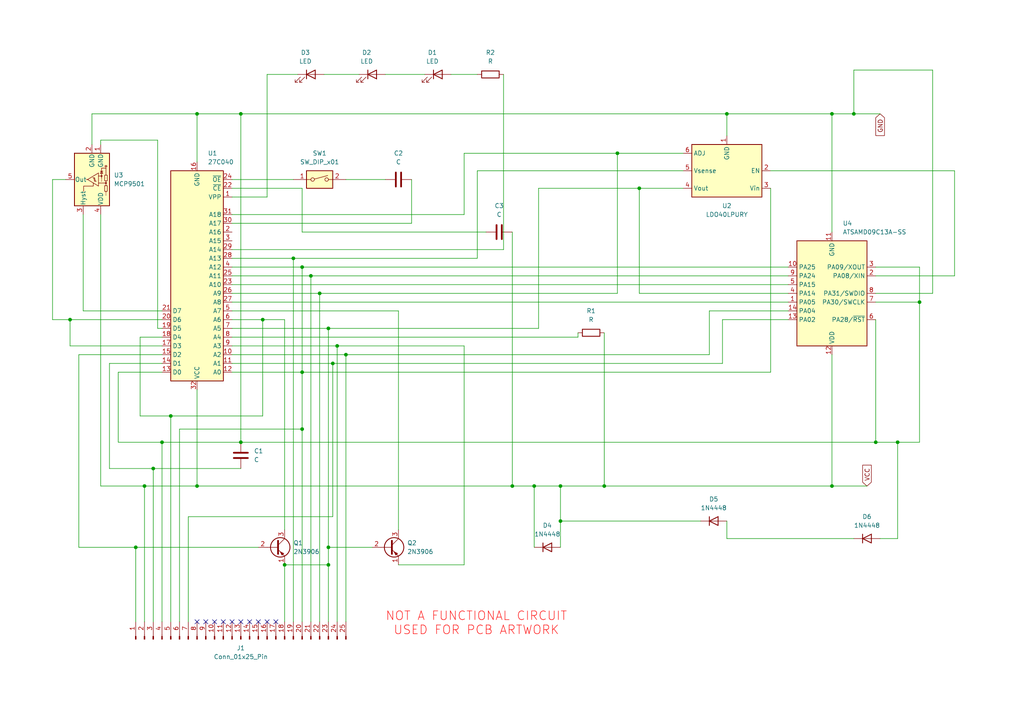
<source format=kicad_sch>
(kicad_sch (version 20250114) (generator "eeschema") (generator_version "9.0")
  (paper "A4")
  (title_block (title "Coffee Coaster PCB (art)") (rev "1.0") (company "Oddsocks b5s4"))
  (lib_symbols
    (symbol "Connector:Conn_01x25_Pin" (pin_names (offset 1.016) (hide yes))
      (property "Reference" "J" (at 0 33.02 0))
      (property "Value" "Conn_01x25_Pin" (at 0 -33.02 0))
      (symbol "Conn_01x25_Pin_1_1"
        (rectangle (start 0.8636 30.607) (end 0 30.353) (stroke (width 0.1524)) (fill (type outline)))
        (rectangle (start 0.8636 28.067) (end 0 27.813) (stroke (width 0.1524)) (fill (type outline)))
        (rectangle (start 0.8636 25.527) (end 0 25.273) (stroke (width 0.1524)) (fill (type outline)))
        (rectangle (start 0.8636 22.987) (end 0 22.733) (stroke (width 0.1524)) (fill (type outline)))
        (rectangle (start 0.8636 20.447) (end 0 20.193) (stroke (width 0.1524)) (fill (type outline)))
        (rectangle (start 0.8636 17.907) (end 0 17.653) (stroke (width 0.1524)) (fill (type outline)))
        (rectangle (start 0.8636 15.367) (end 0 15.113) (stroke (width 0.1524)) (fill (type outline)))
        (rectangle (start 0.8636 12.827) (end 0 12.573) (stroke (width 0.1524)) (fill (type outline)))
        (rectangle (start 0.8636 10.287) (end 0 10.033) (stroke (width 0.1524)) (fill (type outline)))
        (rectangle (start 0.8636 7.747) (end 0 7.493) (stroke (width 0.1524)) (fill (type outline)))
        (rectangle (start 0.8636 5.207) (end 0 4.953) (stroke (width 0.1524)) (fill (type outline)))
        (rectangle (start 0.8636 2.667) (end 0 2.413) (stroke (width 0.1524)) (fill (type outline)))
        (rectangle (start 0.8636 0.127) (end 0 -0.127) (stroke (width 0.1524)) (fill (type outline)))
        (rectangle (start 0.8636 -2.413) (end 0 -2.667) (stroke (width 0.1524)) (fill (type outline)))
        (rectangle (start 0.8636 -4.953) (end 0 -5.207) (stroke (width 0.1524)) (fill (type outline)))
        (rectangle (start 0.8636 -7.493) (end 0 -7.747) (stroke (width 0.1524)) (fill (type outline)))
        (rectangle (start 0.8636 -10.033) (end 0 -10.287) (stroke (width 0.1524)) (fill (type outline)))
        (rectangle (start 0.8636 -12.573) (end 0 -12.827) (stroke (width 0.1524)) (fill (type outline)))
        (rectangle (start 0.8636 -15.113) (end 0 -15.367) (stroke (width 0.1524)) (fill (type outline)))
        (rectangle (start 0.8636 -17.653) (end 0 -17.907) (stroke (width 0.1524)) (fill (type outline)))
        (rectangle (start 0.8636 -20.193) (end 0 -20.447) (stroke (width 0.1524)) (fill (type outline)))
        (rectangle (start 0.8636 -22.733) (end 0 -22.987) (stroke (width 0.1524)) (fill (type outline)))
        (rectangle (start 0.8636 -25.273) (end 0 -25.527) (stroke (width 0.1524)) (fill (type outline)))
        (rectangle (start 0.8636 -27.813) (end 0 -28.067) (stroke (width 0.1524)) (fill (type outline)))
        (rectangle (start 0.8636 -30.353) (end 0 -30.607) (stroke (width 0.1524)) (fill (type outline)))
        (polyline (pts (xy 1.27 30.48) (xy 0.8636 30.48)) (stroke (width 0.1524)))
        (polyline (pts (xy 1.27 27.94) (xy 0.8636 27.94)) (stroke (width 0.1524)))
        (polyline (pts (xy 1.27 25.4) (xy 0.8636 25.4)) (stroke (width 0.1524)))
        (polyline (pts (xy 1.27 22.86) (xy 0.8636 22.86)) (stroke (width 0.1524)))
        (polyline (pts (xy 1.27 20.32) (xy 0.8636 20.32)) (stroke (width 0.1524)))
        (polyline (pts (xy 1.27 17.78) (xy 0.8636 17.78)) (stroke (width 0.1524)))
        (polyline (pts (xy 1.27 15.24) (xy 0.8636 15.24)) (stroke (width 0.1524)))
        (polyline (pts (xy 1.27 12.7) (xy 0.8636 12.7)) (stroke (width 0.1524)))
        (polyline (pts (xy 1.27 10.16) (xy 0.8636 10.16)) (stroke (width 0.1524)))
        (polyline (pts (xy 1.27 7.62) (xy 0.8636 7.62)) (stroke (width 0.1524)))
        (polyline (pts (xy 1.27 5.08) (xy 0.8636 5.08)) (stroke (width 0.1524)))
        (polyline (pts (xy 1.27 2.54) (xy 0.8636 2.54)) (stroke (width 0.1524)))
        (polyline (pts (xy 1.27 0) (xy 0.8636 0)) (stroke (width 0.1524)))
        (polyline (pts (xy 1.27 -2.54) (xy 0.8636 -2.54)) (stroke (width 0.1524)))
        (polyline (pts (xy 1.27 -5.08) (xy 0.8636 -5.08)) (stroke (width 0.1524)))
        (polyline (pts (xy 1.27 -7.62) (xy 0.8636 -7.62)) (stroke (width 0.1524)))
        (polyline (pts (xy 1.27 -10.16) (xy 0.8636 -10.16)) (stroke (width 0.1524)))
        (polyline (pts (xy 1.27 -12.7) (xy 0.8636 -12.7)) (stroke (width 0.1524)))
        (polyline (pts (xy 1.27 -15.24) (xy 0.8636 -15.24)) (stroke (width 0.1524)))
        (polyline (pts (xy 1.27 -17.78) (xy 0.8636 -17.78)) (stroke (width 0.1524)))
        (polyline (pts (xy 1.27 -20.32) (xy 0.8636 -20.32)) (stroke (width 0.1524)))
        (polyline (pts (xy 1.27 -22.86) (xy 0.8636 -22.86)) (stroke (width 0.1524)))
        (polyline (pts (xy 1.27 -25.4) (xy 0.8636 -25.4)) (stroke (width 0.1524)))
        (polyline (pts (xy 1.27 -27.94) (xy 0.8636 -27.94)) (stroke (width 0.1524)))
        (polyline (pts (xy 1.27 -30.48) (xy 0.8636 -30.48)) (stroke (width 0.1524)))
        (pin passive line (at 5.08 30.48 180) (length 3.81) (name "Pin_1") (number "1"))
        (pin passive line (at 5.08 27.94 180) (length 3.81) (name "Pin_2") (number "2"))
        (pin passive line (at 5.08 25.4 180) (length 3.81) (name "Pin_3") (number "3"))
        (pin passive line (at 5.08 22.86 180) (length 3.81) (name "Pin_4") (number "4"))
        (pin passive line (at 5.08 20.32 180) (length 3.81) (name "Pin_5") (number "5"))
        (pin passive line (at 5.08 17.78 180) (length 3.81) (name "Pin_6") (number "6"))
        (pin passive line (at 5.08 15.24 180) (length 3.81) (name "Pin_7") (number "7"))
        (pin passive line (at 5.08 12.7 180) (length 3.81) (name "Pin_8") (number "8"))
        (pin passive line (at 5.08 10.16 180) (length 3.81) (name "Pin_9") (number "9"))
        (pin passive line (at 5.08 7.62 180) (length 3.81) (name "Pin_10") (number "10"))
        (pin passive line (at 5.08 5.08 180) (length 3.81) (name "Pin_11") (number "11"))
        (pin passive line (at 5.08 2.54 180) (length 3.81) (name "Pin_12") (number "12"))
        (pin passive line (at 5.08 0 180) (length 3.81) (name "Pin_13") (number "13"))
        (pin passive line (at 5.08 -2.54 180) (length 3.81) (name "Pin_14") (number "14"))
        (pin passive line (at 5.08 -5.08 180) (length 3.81) (name "Pin_15") (number "15"))
        (pin passive line (at 5.08 -7.62 180) (length 3.81) (name "Pin_16") (number "16"))
        (pin passive line (at 5.08 -10.16 180) (length 3.81) (name "Pin_17") (number "17"))
        (pin passive line (at 5.08 -12.7 180) (length 3.81) (name "Pin_18") (number "18"))
        (pin passive line (at 5.08 -15.24 180) (length 3.81) (name "Pin_19") (number "19"))
        (pin passive line (at 5.08 -17.78 180) (length 3.81) (name "Pin_20") (number "20"))
        (pin passive line (at 5.08 -20.32 180) (length 3.81) (name "Pin_21") (number "21"))
        (pin passive line (at 5.08 -22.86 180) (length 3.81) (name "Pin_22") (number "22"))
        (pin passive line (at 5.08 -25.4 180) (length 3.81) (name "Pin_23") (number "23"))
        (pin passive line (at 5.08 -27.94 180) (length 3.81) (name "Pin_24") (number "24"))
        (pin passive line (at 5.08 -30.48 180) (length 3.81) (name "Pin_25") (number "25"))
      )
    )
    (symbol "Device:C" (pin_numbers (hide yes)) (pin_names (offset 0.254))
      (property "Reference" "C" (at 0.635 2.54 0))
      (property "Value" "C" (at 0.635 -2.54 0))
      (symbol "C_0_1"
        (polyline (pts (xy -2.032 0.762) (xy 2.032 0.762)) (stroke (width 0.508)))
        (polyline (pts (xy -2.032 -0.762) (xy 2.032 -0.762)) (stroke (width 0.508)))
      )
      (symbol "C_1_1"
        (pin passive line (at 0 3.81 270) (length 2.794) (name "~") (number "1"))
        (pin passive line (at 0 -3.81 90) (length 2.794) (name "~") (number "2"))
      )
    )
    (symbol "Device:LED" (pin_numbers (hide yes)) (pin_names (offset 1.016) (hide yes))
      (property "Reference" "D" (at 0 2.54 0))
      (property "Value" "LED" (at 0 -2.54 0))
      (symbol "LED_0_1"
        (polyline (pts (xy -3.048 -0.762) (xy -4.572 -2.286) (xy -3.81 -2.286) (xy -4.572 -2.286) (xy -4.572 -1.524)))
        (polyline (pts (xy -1.778 -0.762) (xy -3.302 -2.286) (xy -2.54 -2.286) (xy -3.302 -2.286) (xy -3.302 -1.524)))
        (polyline (pts (xy -1.27 0) (xy 1.27 0)))
        (polyline (pts (xy -1.27 -1.27) (xy -1.27 1.27)) (stroke (width 0.254)))
        (polyline (pts (xy 1.27 -1.27) (xy 1.27 1.27) (xy -1.27 0) (xy 1.27 -1.27)) (stroke (width 0.254)))
      )
      (symbol "LED_1_1"
        (pin passive line (at -3.81 0 0) (length 2.54) (name "K") (number "1"))
        (pin passive line (at 3.81 0 180) (length 2.54) (name "A") (number "2"))
      )
    )
    (symbol "Device:R" (pin_numbers (hide yes)) (pin_names (offset 0))
      (property "Reference" "R" (at 2.032 0 90))
      (property "Value" "R" (at 0 0 90))
      (symbol "R_0_1"
        (rectangle (start -1.016 -2.54) (end 1.016 2.54) (stroke (width 0.254)))
      )
      (symbol "R_1_1"
        (pin passive line (at 0 3.81 270) (length 1.27) (name "~") (number "1"))
        (pin passive line (at 0 -3.81 90) (length 1.27) (name "~") (number "2"))
      )
    )
    (symbol "Diode:1N4448" (pin_numbers (hide yes)) (pin_names (hide yes))
      (property "Reference" "D" (at 0 2.54 0))
      (property "Value" "1N4448" (at 0 -2.54 0))
      (symbol "1N4448_0_1"
        (polyline (pts (xy -1.27 1.27) (xy -1.27 -1.27)) (stroke (width 0.254)))
        (polyline (pts (xy 1.27 1.27) (xy 1.27 -1.27) (xy -1.27 0) (xy 1.27 1.27)) (stroke (width 0.254)))
        (polyline (pts (xy 1.27 0) (xy -1.27 0)))
      )
      (symbol "1N4448_1_1"
        (pin passive line (at -3.81 0 0) (length 2.54) (name "K") (number "1"))
        (pin passive line (at 3.81 0 180) (length 2.54) (name "A") (number "2"))
      )
    )
    (symbol "MCU_Microchip_SAMD:ATSAMD09C13A-SS"
      (property "Reference" "U" (at -10.16 16.51 0))
      (property "Value" "ATSAMD09C13A-SS" (at 1.27 16.51 0))
      (symbol "ATSAMD09C13A-SS_0_1"
        (rectangle (start -10.16 15.24) (end 10.16 -15.24) (stroke (width 0.254)) (fill (type background)))
      )
      (symbol "ATSAMD09C13A-SS_1_1"
        (pin bidirectional line (at -12.7 7.62 0) (length 2.54) (name "PA28/~{RST}") (number "6"))
        (pin bidirectional line (at -12.7 2.54 0) (length 2.54) (name "PA30/SWCLK") (number "7"))
        (pin bidirectional line (at -12.7 0 0) (length 2.54) (name "PA31/SWDIO") (number "8"))
        (pin bidirectional line (at -12.7 -5.08 0) (length 2.54) (name "PA08/XIN") (number "2"))
        (pin bidirectional line (at -12.7 -7.62 0) (length 2.54) (name "PA09/XOUT") (number "3"))
        (pin power_in line (at 0 17.78 270) (length 2.54) (name "VDD") (number "12"))
        (pin power_in line (at 0 -17.78 90) (length 2.54) (name "GND") (number "11"))
        (pin bidirectional line (at 12.7 7.62 180) (length 2.54) (name "PA02") (number "13"))
        (pin bidirectional line (at 12.7 5.08 180) (length 2.54) (name "PA04") (number "14"))
        (pin bidirectional line (at 12.7 2.54 180) (length 2.54) (name "PA05") (number "1"))
        (pin bidirectional line (at 12.7 0 180) (length 2.54) (name "PA14") (number "4"))
        (pin bidirectional line (at 12.7 -2.54 180) (length 2.54) (name "PA15") (number "5"))
        (pin bidirectional line (at 12.7 -5.08 180) (length 2.54) (name "PA24") (number "9"))
        (pin bidirectional line (at 12.7 -7.62 180) (length 2.54) (name "PA25") (number "10"))
      )
    )
    (symbol "Memory_EPROM:27C040"
      (property "Reference" "U" (at -7.62 31.75 0))
      (property "Value" "27C040" (at 2.54 -31.75 0))
      (symbol "27C040_1_1"
        (rectangle (start -7.62 30.48) (end 7.62 -30.48) (stroke (width 0.254)) (fill (type background)))
        (pin input line (at -10.16 27.94 0) (length 2.54) (name "A0") (number "12"))
        (pin input line (at -10.16 25.4 0) (length 2.54) (name "A1") (number "11"))
        (pin input line (at -10.16 22.86 0) (length 2.54) (name "A2") (number "10"))
        (pin input line (at -10.16 20.32 0) (length 2.54) (name "A3") (number "9"))
        (pin input line (at -10.16 17.78 0) (length 2.54) (name "A4") (number "8"))
        (pin input line (at -10.16 15.24 0) (length 2.54) (name "A5") (number "7"))
        (pin input line (at -10.16 12.7 0) (length 2.54) (name "A6") (number "6"))
        (pin input line (at -10.16 10.16 0) (length 2.54) (name "A7") (number "5"))
        (pin input line (at -10.16 7.62 0) (length 2.54) (name "A8") (number "27"))
        (pin input line (at -10.16 5.08 0) (length 2.54) (name "A9") (number "26"))
        (pin input line (at -10.16 2.54 0) (length 2.54) (name "A10") (number "23"))
        (pin input line (at -10.16 0 0) (length 2.54) (name "A11") (number "25"))
        (pin input line (at -10.16 -2.54 0) (length 2.54) (name "A12") (number "4"))
        (pin input line (at -10.16 -5.08 0) (length 2.54) (name "A13") (number "28"))
        (pin input line (at -10.16 -7.62 0) (length 2.54) (name "A14") (number "29"))
        (pin input line (at -10.16 -10.16 0) (length 2.54) (name "A15") (number "3"))
        (pin input line (at -10.16 -12.7 0) (length 2.54) (name "A16") (number "2"))
        (pin input line (at -10.16 -15.24 0) (length 2.54) (name "A17") (number "30"))
        (pin input line (at -10.16 -17.78 0) (length 2.54) (name "A18") (number "31"))
        (pin input line (at -10.16 -22.86 0) (length 2.54) (name "VPP") (number "1"))
        (pin input line (at -10.16 -25.4 0) (length 2.54) (name "~{CE}") (number "22"))
        (pin input line (at -10.16 -27.94 0) (length 2.54) (name "~{OE}") (number "24"))
        (pin power_in line (at 0 33.02 270) (length 2.54) (name "VCC") (number "32"))
        (pin power_in line (at 0 -33.02 90) (length 2.54) (name "GND") (number "16"))
        (pin tri_state line (at 10.16 27.94 180) (length 2.54) (name "D0") (number "13"))
        (pin tri_state line (at 10.16 25.4 180) (length 2.54) (name "D1") (number "14"))
        (pin tri_state line (at 10.16 22.86 180) (length 2.54) (name "D2") (number "15"))
        (pin tri_state line (at 10.16 20.32 180) (length 2.54) (name "D3") (number "17"))
        (pin tri_state line (at 10.16 17.78 180) (length 2.54) (name "D4") (number "18"))
        (pin tri_state line (at 10.16 15.24 180) (length 2.54) (name "D5") (number "19"))
        (pin tri_state line (at 10.16 12.7 180) (length 2.54) (name "D6") (number "20"))
        (pin tri_state line (at 10.16 10.16 180) (length 2.54) (name "D7") (number "21"))
      )
    )
    (symbol "Regulator_Linear:LDO40LPURY"
      (property "Reference" "U" (at 0 0 0))
      (property "Value" "LDO40LPURY" (at 0 0 0))
      (symbol "LDO40LPURY_1_1"
        (rectangle (start -10.16 7.62) (end 10.16 -7.62) (stroke (width 0.254)) (fill (type background)))
        (pin power_in line (at -12.7 5.08 0) (length 2.54) (name "Vin") (number "3"))
        (pin input line (at -12.7 0 0) (length 2.54) (name "EN") (number "2"))
        (pin power_in line (at 0 -10.16 90) (length 2.54) (name "GND") (number "1"))
        (pin passive line (at 0 -10.16 90) (length 2.54) (hide yes) (name "GND") (number "7"))
        (pin power_out line (at 12.7 5.08 180) (length 2.54) (name "Vout") (number "4"))
        (pin input line (at 12.7 0 180) (length 2.54) (name "Vsense") (number "5"))
        (pin input line (at 12.7 -5.08 180) (length 2.54) (name "ADJ") (number "6"))
      )
    )
    (symbol "Sensor_Temperature:MCP9501" (pin_names (offset 0.127))
      (property "Reference" "U" (at -6.35 0 90))
      (property "Value" "MCP9501" (at -3.81 0 90))
      (symbol "MCP9501_0_1"
        (rectangle (start -2.54 7.62) (end 7.62 -7.62) (stroke (width 0.254)) (fill (type background)))
        (rectangle (start -1.905 3.429) (end -1.143 1.778))
        (rectangle (start -1.905 0.381) (end -1.143 -1.27))
        (polyline (pts (xy -1.905 -3.81) (xy -1.143 -3.81)))
        (polyline (pts (xy -1.778 -4.064) (xy -1.27 -4.064)))
        (polyline (pts (xy -1.524 4.445) (xy -1.524 4.572)))
        (polyline (pts (xy -1.524 4.064) (xy -1.524 4.191)))
        (polyline (pts (xy -1.524 3.429) (xy -1.524 3.81)))
        (circle (center -1.524 1.016) (radius 0.1778) (fill (type outline)))
        (polyline (pts (xy -1.524 1.016) (xy -1.524 0.381)))
        (polyline (pts (xy -1.524 -1.27) (xy -1.524 -3.302) (xy -0.254 -3.302)))
        (polyline (pts (xy -1.524 -3.302) (xy -1.524 -3.81)))
        (polyline (pts (xy -1.524 -4.318) (xy -1.524 -4.318)))
        (polyline (pts (xy -0.635 -2.413) (xy 0.127 -2.413)))
        (polyline (pts (xy -0.254 0.381) (xy -0.254 0.508)))
        (polyline (pts (xy -0.254 0) (xy -0.254 0.127)))
        (circle (center -0.254 -1.016) (radius 0.1778) (fill (type outline)))
        (polyline (pts (xy -0.254 -1.016) (xy -0.254 -0.381) (xy -0.254 -0.254)))
        (polyline (pts (xy 0.127 -1.778) (xy -0.635 -1.778) (xy -0.254 -2.413) (xy 0.127 -1.778)))
        (polyline (pts (xy 0.635 1.016) (xy -1.524 1.016) (xy -1.524 1.778)))
        (polyline (pts (xy 0.635 -1.016) (xy -0.254 -1.016) (xy -0.254 -3.302)))
        (polyline (pts (xy 1.27 0.508) (xy 1.778 0.508) (xy 2.032 -0.508) (xy 2.286 -0.508)))
        (polyline (pts (xy 1.524 0.508) (xy 1.778 -0.508) (xy 2.032 -0.508)))
        (polyline (pts (xy 3.683 0) (xy 4.191 0)))
        (polyline (pts (xy 3.81 0) (xy 0.635 1.905) (xy 0.635 -1.905) (xy 3.81 0)))
        (polyline (pts (xy 4.953 3.429) (xy 4.953 1.905) (xy 2.159 1.905) (xy 2.159 1.016)))
      )
      (symbol "MCP9501_1_1"
        (pin power_in line (at 0 10.16 270) (length 2.54) (name "VDD") (number "4"))
        (pin power_in line (at 0 -10.16 90) (length 2.54) (name "GND") (number "1"))
        (pin power_in line (at 2.54 -10.16 90) (length 2.54) (name "GND") (number "2"))
        (pin input line (at 5.08 10.16 270) (length 2.54) (name "Hyst") (number "3"))
        (pin open_collector line (at 10.16 0 180) (length 2.54) (name "Out") (number "5"))
      )
    )
    (symbol "Switch:SW_DIP_x01" (pin_names (offset 0) (hide yes))
      (property "Reference" "SW" (at 0 3.81 0))
      (property "Value" "SW_DIP_x01" (at 0 -3.81 0))
      (symbol "SW_DIP_x01_0_0"
        (circle (center -2.032 0) (radius 0.508))
        (polyline (pts (xy -1.524 0.127) (xy 2.3622 1.1684)))
        (circle (center 2.032 0) (radius 0.508))
      )
      (symbol "SW_DIP_x01_0_1"
        (rectangle (start -3.81 2.54) (end 3.81 -2.54) (stroke (width 0.254)) (fill (type background)))
      )
      (symbol "SW_DIP_x01_1_1"
        (pin passive line (at -7.62 0 0) (length 5.08) (name "~") (number "1"))
        (pin passive line (at 7.62 0 180) (length 5.08) (name "~") (number "2"))
      )
    )
    (symbol "Transistor_BJT:2N3906" (pin_names (offset 0) (hide yes))
      (property "Reference" "Q" (at 5.08 1.905 0))
      (property "Value" "2N3906" (at 5.08 0 0))
      (symbol "2N3906_0_1"
        (polyline (pts (xy -2.54 0) (xy 0.635 0)))
        (polyline (pts (xy 0.635 1.905) (xy 0.635 -1.905)) (stroke (width 0.508)))
        (polyline (pts (xy 0.635 0.635) (xy 2.54 2.54)))
        (polyline (pts (xy 0.635 -0.635) (xy 2.54 -2.54)))
        (circle (center 1.27 0) (radius 2.8194) (stroke (width 0.254)))
        (polyline (pts (xy 2.286 -1.778) (xy 1.778 -2.286) (xy 1.27 -1.27) (xy 2.286 -1.778)) (fill (type outline)))
      )
      (symbol "2N3906_1_1"
        (pin input line (at -5.08 0 0) (length 2.54) (name "B") (number "2"))
        (pin passive line (at 2.54 5.08 270) (length 2.54) (name "C") (number "3"))
        (pin passive line (at 2.54 -5.08 90) (length 2.54) (name "E") (number "1"))
      )
    )
  )
  (text "NOT A FUNCTIONAL CIRCUIT\nUSED FOR PCB ARTWORK" (at 138.176 180.848 0) (effects (font (size 2.54 2.54))))
  (junction (at 162.56 151.13))
  (junction (at 92.71 85.09))
  (junction (at 57.15 140.97))
  (junction (at 210.82 33.02))
  (junction (at 57.15 33.02))
  (junction (at 254 128.27))
  (junction (at 46.99 128.27))
  (junction (at 185.42 54.61))
  (junction (at 95.25 158.75))
  (junction (at 76.2 92.71))
  (junction (at 49.53 120.65))
  (junction (at 162.56 140.97))
  (junction (at 241.3 33.02))
  (junction (at 247.65 33.02))
  (junction (at 90.17 80.01))
  (junction (at 260.35 128.27))
  (junction (at 154.94 140.97))
  (junction (at 44.45 135.89))
  (junction (at 100.33 102.87))
  (junction (at 148.59 140.97))
  (junction (at 87.63 107.95))
  (junction (at 20.32 92.71))
  (junction (at 241.3 140.97))
  (junction (at 69.85 128.27))
  (junction (at 41.91 140.97))
  (junction (at 82.55 163.83))
  (junction (at 95.25 95.25))
  (junction (at 95.25 163.83))
  (junction (at 39.37 158.75))
  (junction (at 175.26 140.97))
  (junction (at 87.63 124.46))
  (junction (at 96.52 105.41))
  (junction (at 97.79 100.33))
  (junction (at 266.7 87.63))
  (junction (at 69.85 33.02))
  (junction (at 85.09 74.93))
  (junction (at 179.07 44.45))
  (junction (at 87.63 77.47))
  (no_connect (at 67.31 180.34))
  (no_connect (at 64.77 180.34))
  (no_connect (at 74.93 180.34))
  (no_connect (at 69.85 180.34))
  (no_connect (at 59.69 180.34))
  (no_connect (at 77.47 180.34))
  (no_connect (at 57.15 180.34))
  (no_connect (at 62.23 180.34))
  (no_connect (at 80.01 180.34))
  (no_connect (at 72.39 180.34))
  (wire (pts (xy 87.63 54.61) (xy 87.63 67.31)))
  (wire (pts (xy 87.63 107.95) (xy 87.63 124.46)))
  (wire (pts (xy 67.31 80.01) (xy 90.17 80.01)))
  (wire (pts (xy 19.05 52.07) (xy 15.24 52.07)))
  (wire (pts (xy 255.27 156.21) (xy 260.35 156.21)))
  (wire (pts (xy 205.74 90.17) (xy 205.74 102.87)))
  (wire (pts (xy 115.57 90.17) (xy 67.31 90.17)))
  (wire (pts (xy 82.55 92.71) (xy 76.2 92.71)))
  (wire (pts (xy 26.67 33.02) (xy 57.15 33.02)))
  (wire (pts (xy 76.2 120.65) (xy 76.2 92.71)))
  (wire (pts (xy 185.42 54.61) (xy 156.21 54.61)))
  (wire (pts (xy 57.15 113.03) (xy 57.15 140.97)))
  (wire (pts (xy 52.07 180.34) (xy 52.07 124.46)))
  (wire (pts (xy 22.86 158.75) (xy 22.86 102.87)))
  (wire (pts (xy 260.35 128.27) (xy 266.7 128.27)))
  (wire (pts (xy 134.62 44.45) (xy 134.62 62.23)))
  (wire (pts (xy 96.52 105.41) (xy 96.52 149.86)))
  (wire (pts (xy 31.75 135.89) (xy 44.45 135.89)))
  (wire (pts (xy 179.07 44.45) (xy 134.62 44.45)))
  (wire (pts (xy 46.99 97.79) (xy 40.64 97.79)))
  (wire (pts (xy 123.19 21.59) (xy 111.76 21.59)))
  (wire (pts (xy 29.21 62.23) (xy 29.21 140.97)))
  (wire (pts (xy 154.94 140.97) (xy 162.56 140.97)))
  (wire (pts (xy 148.59 140.97) (xy 154.94 140.97)))
  (wire (pts (xy 162.56 151.13) (xy 162.56 158.75)))
  (wire (pts (xy 67.31 100.33) (xy 97.79 100.33)))
  (wire (pts (xy 119.38 52.07) (xy 119.38 64.77)))
  (wire (pts (xy 254 92.71) (xy 254 128.27)))
  (wire (pts (xy 97.79 100.33) (xy 134.62 100.33)))
  (wire (pts (xy 247.65 156.21) (xy 210.82 156.21)))
  (wire (pts (xy 162.56 140.97) (xy 162.56 151.13)))
  (wire (pts (xy 90.17 80.01) (xy 90.17 180.34)))
  (wire (pts (xy 198.12 44.45) (xy 179.07 44.45)))
  (wire (pts (xy 270.51 20.32) (xy 247.65 20.32)))
  (wire (pts (xy 223.52 54.61) (xy 223.52 107.95)))
  (wire (pts (xy 115.57 163.83) (xy 134.62 163.83)))
  (wire (pts (xy 69.85 128.27) (xy 254 128.27)))
  (wire (pts (xy 57.15 33.02) (xy 69.85 33.02)))
  (wire (pts (xy 276.86 80.01) (xy 276.86 49.53)))
  (wire (pts (xy 130.81 21.59) (xy 138.43 21.59)))
  (wire (pts (xy 49.53 120.65) (xy 49.53 180.34)))
  (wire (pts (xy 228.6 90.17) (xy 205.74 90.17)))
  (wire (pts (xy 241.3 140.97) (xy 251.46 140.97)))
  (wire (pts (xy 254 77.47) (xy 266.7 77.47)))
  (wire (pts (xy 134.62 62.23) (xy 67.31 62.23)))
  (wire (pts (xy 100.33 102.87) (xy 205.74 102.87)))
  (wire (pts (xy 276.86 49.53) (xy 223.52 49.53)))
  (wire (pts (xy 254 85.09) (xy 270.51 85.09)))
  (wire (pts (xy 15.24 92.71) (xy 20.32 92.71)))
  (wire (pts (xy 175.26 96.52) (xy 175.26 140.97)))
  (wire (pts (xy 45.72 40.64) (xy 45.72 95.25)))
  (wire (pts (xy 49.53 120.65) (xy 76.2 120.65)))
  (wire (pts (xy 104.14 21.59) (xy 93.98 21.59)))
  (wire (pts (xy 34.29 107.95) (xy 46.99 107.95)))
  (wire (pts (xy 210.82 33.02) (xy 241.3 33.02)))
  (wire (pts (xy 24.13 62.23) (xy 24.13 90.17)))
  (wire (pts (xy 148.59 67.31) (xy 148.59 140.97)))
  (wire (pts (xy 203.2 151.13) (xy 162.56 151.13)))
  (wire (pts (xy 175.26 140.97) (xy 241.3 140.97)))
  (wire (pts (xy 20.32 100.33) (xy 20.32 92.71)))
  (wire (pts (xy 67.31 97.79) (xy 167.64 97.79)))
  (wire (pts (xy 254 87.63) (xy 266.7 87.63)))
  (wire (pts (xy 241.3 33.02) (xy 247.65 33.02)))
  (wire (pts (xy 146.05 72.39) (xy 67.31 72.39)))
  (wire (pts (xy 146.05 21.59) (xy 146.05 72.39)))
  (wire (pts (xy 100.33 102.87) (xy 100.33 180.34)))
  (wire (pts (xy 254 128.27) (xy 260.35 128.27)))
  (wire (pts (xy 87.63 77.47) (xy 228.6 77.47)))
  (wire (pts (xy 95.25 95.25) (xy 67.31 95.25)))
  (wire (pts (xy 41.91 140.97) (xy 57.15 140.97)))
  (wire (pts (xy 156.21 95.25) (xy 95.25 95.25)))
  (wire (pts (xy 95.25 163.83) (xy 95.25 180.34)))
  (wire (pts (xy 209.55 92.71) (xy 209.55 105.41)))
  (wire (pts (xy 198.12 54.61) (xy 185.42 54.61)))
  (wire (pts (xy 241.3 33.02) (xy 241.3 67.31)))
  (wire (pts (xy 54.61 180.34) (xy 54.61 149.86)))
  (wire (pts (xy 156.21 54.61) (xy 156.21 95.25)))
  (wire (pts (xy 52.07 124.46) (xy 87.63 124.46)))
  (wire (pts (xy 87.63 107.95) (xy 67.31 107.95)))
  (wire (pts (xy 260.35 128.27) (xy 260.35 156.21)))
  (wire (pts (xy 247.65 20.32) (xy 247.65 33.02)))
  (wire (pts (xy 87.63 77.47) (xy 87.63 107.95)))
  (wire (pts (xy 69.85 128.27) (xy 46.99 128.27)))
  (wire (pts (xy 46.99 128.27) (xy 46.99 180.34)))
  (wire (pts (xy 100.33 52.07) (xy 111.76 52.07)))
  (wire (pts (xy 57.15 140.97) (xy 148.59 140.97)))
  (wire (pts (xy 185.42 85.09) (xy 185.42 54.61)))
  (wire (pts (xy 228.6 85.09) (xy 185.42 85.09)))
  (wire (pts (xy 22.86 102.87) (xy 46.99 102.87)))
  (wire (pts (xy 34.29 128.27) (xy 34.29 107.95)))
  (wire (pts (xy 67.31 64.77) (xy 119.38 64.77)))
  (wire (pts (xy 15.24 52.07) (xy 15.24 92.71)))
  (wire (pts (xy 115.57 153.67) (xy 115.57 90.17)))
  (wire (pts (xy 254 80.01) (xy 276.86 80.01)))
  (wire (pts (xy 22.86 158.75) (xy 39.37 158.75)))
  (wire (pts (xy 86.36 21.59) (xy 77.47 21.59)))
  (wire (pts (xy 69.85 33.02) (xy 210.82 33.02)))
  (wire (pts (xy 67.31 54.61) (xy 87.63 54.61)))
  (wire (pts (xy 107.95 158.75) (xy 95.25 158.75)))
  (wire (pts (xy 67.31 77.47) (xy 87.63 77.47)))
  (wire (pts (xy 44.45 135.89) (xy 69.85 135.89)))
  (wire (pts (xy 67.31 57.15) (xy 77.47 57.15)))
  (wire (pts (xy 97.79 100.33) (xy 97.79 180.34)))
  (wire (pts (xy 67.31 85.09) (xy 92.71 85.09)))
  (wire (pts (xy 198.12 49.53) (xy 138.43 49.53)))
  (wire (pts (xy 247.65 33.02) (xy 255.27 33.02)))
  (wire (pts (xy 54.61 149.86) (xy 96.52 149.86)))
  (wire (pts (xy 67.31 102.87) (xy 100.33 102.87)))
  (wire (pts (xy 154.94 140.97) (xy 154.94 158.75)))
  (wire (pts (xy 31.75 135.89) (xy 31.75 105.41)))
  (wire (pts (xy 85.09 74.93) (xy 85.09 180.34)))
  (wire (pts (xy 69.85 33.02) (xy 69.85 128.27)))
  (wire (pts (xy 90.17 80.01) (xy 228.6 80.01)))
  (wire (pts (xy 67.31 82.55) (xy 228.6 82.55)))
  (wire (pts (xy 87.63 124.46) (xy 87.63 180.34)))
  (wire (pts (xy 223.52 107.95) (xy 87.63 107.95)))
  (wire (pts (xy 77.47 21.59) (xy 77.47 57.15)))
  (wire (pts (xy 39.37 180.34) (xy 39.37 158.75)))
  (wire (pts (xy 138.43 74.93) (xy 85.09 74.93)))
  (wire (pts (xy 41.91 140.97) (xy 41.91 180.34)))
  (wire (pts (xy 96.52 105.41) (xy 67.31 105.41)))
  (wire (pts (xy 228.6 92.71) (xy 209.55 92.71)))
  (wire (pts (xy 40.64 120.65) (xy 49.53 120.65)))
  (wire (pts (xy 134.62 163.83) (xy 134.62 100.33)))
  (wire (pts (xy 209.55 105.41) (xy 96.52 105.41)))
  (wire (pts (xy 95.25 95.25) (xy 95.25 158.75)))
  (wire (pts (xy 39.37 158.75) (xy 74.93 158.75)))
  (wire (pts (xy 31.75 105.41) (xy 46.99 105.41)))
  (wire (pts (xy 29.21 40.64) (xy 45.72 40.64)))
  (wire (pts (xy 46.99 100.33) (xy 20.32 100.33)))
  (wire (pts (xy 85.09 74.93) (xy 67.31 74.93)))
  (wire (pts (xy 29.21 40.64) (xy 29.21 41.91)))
  (wire (pts (xy 162.56 140.97) (xy 175.26 140.97)))
  (wire (pts (xy 92.71 85.09) (xy 92.71 180.34)))
  (wire (pts (xy 29.21 140.97) (xy 41.91 140.97)))
  (wire (pts (xy 26.67 33.02) (xy 26.67 41.91)))
  (wire (pts (xy 95.25 163.83) (xy 82.55 163.83)))
  (wire (pts (xy 95.25 158.75) (xy 95.25 163.83)))
  (wire (pts (xy 24.13 90.17) (xy 46.99 90.17)))
  (wire (pts (xy 67.31 52.07) (xy 85.09 52.07)))
  (wire (pts (xy 210.82 33.02) (xy 210.82 39.37)))
  (wire (pts (xy 92.71 85.09) (xy 179.07 85.09)))
  (wire (pts (xy 167.64 97.79) (xy 167.64 96.52)))
  (wire (pts (xy 57.15 33.02) (xy 57.15 46.99)))
  (wire (pts (xy 266.7 87.63) (xy 266.7 128.27)))
  (wire (pts (xy 20.32 92.71) (xy 46.99 92.71)))
  (wire (pts (xy 266.7 77.47) (xy 266.7 87.63)))
  (wire (pts (xy 82.55 163.83) (xy 82.55 180.34)))
  (wire (pts (xy 82.55 153.67) (xy 82.55 92.71)))
  (wire (pts (xy 270.51 85.09) (xy 270.51 20.32)))
  (wire (pts (xy 87.63 67.31) (xy 140.97 67.31)))
  (wire (pts (xy 179.07 85.09) (xy 179.07 44.45)))
  (wire (pts (xy 44.45 180.34) (xy 44.45 135.89)))
  (wire (pts (xy 138.43 49.53) (xy 138.43 74.93)))
  (wire (pts (xy 241.3 102.87) (xy 241.3 140.97)))
  (wire (pts (xy 76.2 92.71) (xy 67.31 92.71)))
  (wire (pts (xy 67.31 87.63) (xy 228.6 87.63)))
  (wire (pts (xy 40.64 97.79) (xy 40.64 120.65)))
  (wire (pts (xy 45.72 95.25) (xy 46.99 95.25)))
  (wire (pts (xy 46.99 128.27) (xy 34.29 128.27)))
  (wire (pts (xy 210.82 151.13) (xy 210.82 156.21)))
  (global_label "VCC" (shape input) (at 251.46 140.97 90) (property "Intersheetrefs" "${INTERSHEET_REFS}" (effects (hide yes))))
  (global_label "GND" (shape input) (at 255.27 33.02 270) (property "Intersheetrefs" "${INTERSHEET_REFS}" (effects (hide yes))))
  (symbol (lib_id "Device:C") (at 144.78 67.31 90) (unit 1)
    (property "Reference" "C3" (at 144.78 59.69 90))
    (property "Value" "C" (at 144.78 62.23 90))
    (property "Footprint" "Capacitor_THT:C_Axial_L5.1mm_D3.1mm_P7.50mm_Horizontal" (effects (hide yes)))
    (property "Description" "Unpolarized capacitor" (effects (hide yes)))
  )
  (symbol (lib_id "Device:LED") (at 127 21.59 0) (unit 1)
    (property "Reference" "D1" (at 125.4125 15.24 0))
    (property "Value" "LED" (at 125.4125 17.78 0))
    (property "Footprint" "LED_THT:LED_D5.0mm" (effects (hide yes)))
    (property "Description" "Light emitting diode" (effects (hide yes)))
    (property "Sim.Pins" "1=K 2=A" (effects (hide yes)))
  )
  (symbol (lib_id "Transistor_BJT:2N3906") (at 80.01 158.75 0) (unit 1)
    (property "Reference" "Q1" (at 85.09 157.4799 0) (effects (justify left)))
    (property "Value" "2N3906" (at 85.09 160.0199 0) (effects (justify left)))
    (property "Footprint" "Package_TO_SOT_THT:TO-92_Inline" (effects (hide yes)))
    (property "Datasheet" "https://www.onsemi.com/pub/Collateral/2N3906-D.PDF" (effects (hide yes)))
    (property "Description" "-0.2A Ic, -40V Vce, Small Signal PNP Transistor, TO-92" (effects (hide yes)))
  )
  (symbol (lib_id "Device:R") (at 142.24 21.59 90) (unit 1)
    (property "Reference" "R2" (at 142.24 15.24 90))
    (property "Value" "R" (at 142.24 17.78 90))
    (property "Footprint" "Resistor_THT:R_Axial_DIN0207_L6.3mm_D2.5mm_P7.62mm_Horizontal" (effects (hide yes)))
    (property "Description" "Resistor" (effects (hide yes)))
  )
  (symbol (lib_id "Device:LED") (at 107.95 21.59 0) (unit 1)
    (property "Reference" "D2" (at 106.3625 15.24 0))
    (property "Value" "LED" (at 106.3625 17.78 0))
    (property "Footprint" "LED_THT:LED_D5.0mm" (effects (hide yes)))
    (property "Description" "Light emitting diode" (effects (hide yes)))
    (property "Sim.Pins" "1=K 2=A" (effects (hide yes)))
  )
  (symbol (lib_id "Device:R") (at 171.45 96.52 90) (unit 1)
    (property "Reference" "R1" (at 171.45 90.17 90))
    (property "Value" "R" (at 171.45 92.71 90))
    (property "Footprint" "Resistor_THT:R_Axial_DIN0207_L6.3mm_D2.5mm_P7.62mm_Horizontal" (effects (hide yes)))
    (property "Description" "Resistor" (effects (hide yes)))
  )
  (symbol (lib_id "Diode:1N4448") (at 251.46 156.21 0) (unit 1)
    (property "Reference" "D6" (at 251.46 149.86 0))
    (property "Value" "1N4448" (at 251.46 152.4 0))
    (property "Footprint" "Diode_THT:D_DO-35_SOD27_P7.62mm_Horizontal" (effects (hide yes)))
    (property "Datasheet" "https://assets.nexperia.com/documents/data-sheet/1N4148_1N4448.pdf" (effects (hide yes)))
    (property "Description" "100V 0.15A High-speed standard diode, DO-35" (effects (hide yes)))
    (property "Sim.Device" "D" (effects (hide yes)))
    (property "Sim.Pins" "1=K 2=A" (effects (hide yes)))
  )
  (symbol (lib_id "Switch:SW_DIP_x01") (at 92.71 52.07 0) (unit 1)
    (property "Reference" "SW1" (at 92.71 44.45 0))
    (property "Value" "SW_DIP_x01" (at 92.71 46.99 0))
    (property "Footprint" "Button_Switch_THT:SW_DIP_SPSTx01_Piano_10.8x4.1mm_W7.62mm_P2.54mm" (effects (hide yes)))
    (property "Description" "1x DIP Switch, Single Pole Single Throw (SPST) switch, small symbol" (effects (hide yes)))
  )
  (symbol (lib_id "Diode:1N4448") (at 207.01 151.13 0) (unit 1)
    (property "Reference" "D5" (at 207.01 144.78 0))
    (property "Value" "1N4448" (at 207.01 147.32 0))
    (property "Footprint" "Diode_THT:D_DO-35_SOD27_P7.62mm_Horizontal" (effects (hide yes)))
    (property "Datasheet" "https://assets.nexperia.com/documents/data-sheet/1N4148_1N4448.pdf" (effects (hide yes)))
    (property "Description" "100V 0.15A High-speed standard diode, DO-35" (effects (hide yes)))
    (property "Sim.Device" "D" (effects (hide yes)))
    (property "Sim.Pins" "1=K 2=A" (effects (hide yes)))
  )
  (symbol (lib_id "MCU_Microchip_SAMD:ATSAMD09C13A-SS") (at 241.3 85.09 180) (unit 1)
    (property "Reference" "U4" (at 244.4181 64.77 0) (effects (justify right)))
    (property "Value" "ATSAMD09C13A-SS" (at 244.4181 67.31 0) (effects (justify right)))
    (property "Footprint" "Package_SO:SOIC-14_3.9x8.7mm_P1.27mm" (effects (hide yes)))
    (property "Datasheet" "http://ww1.microchip.com/downloads/en/DeviceDoc/Atmel-42414-SAM-D09_Datasheet.pdf" (effects (hide yes)))
    (property "Description" "ARM Cortex-M0+ MCU, 48MHz, 8KB Flash, 4KB RAM, 2.4-3.6V, 12 GPIO, SOIC-14" (effects (hide yes)))
  )
  (symbol (lib_id "Device:LED") (at 90.17 21.59 0) (unit 1)
    (property "Reference" "D3" (at 88.5825 15.24 0))
    (property "Value" "LED" (at 88.5825 17.78 0))
    (property "Footprint" "LED_THT:LED_D5.0mm" (effects (hide yes)))
    (property "Description" "Light emitting diode" (effects (hide yes)))
    (property "Sim.Pins" "1=K 2=A" (effects (hide yes)))
  )
  (symbol (lib_id "Diode:1N4448") (at 158.75 158.75 0) (unit 1)
    (property "Reference" "D4" (at 158.75 152.4 0))
    (property "Value" "1N4448" (at 158.75 154.94 0))
    (property "Footprint" "Diode_THT:D_DO-35_SOD27_P7.62mm_Horizontal" (effects (hide yes)))
    (property "Datasheet" "https://assets.nexperia.com/documents/data-sheet/1N4148_1N4448.pdf" (effects (hide yes)))
    (property "Description" "100V 0.15A High-speed standard diode, DO-35" (effects (hide yes)))
    (property "Sim.Device" "D" (effects (hide yes)))
    (property "Sim.Pins" "1=K 2=A" (effects (hide yes)))
  )
  (symbol (lib_id "Memory_EPROM:27C040") (at 57.15 80.01 180) (unit 1)
    (property "Reference" "U1" (at 60.2681 44.45 0) (effects (justify right)))
    (property "Value" "27C040" (at 60.2681 46.99 0) (effects (justify right)))
    (property "Footprint" "Package_DIP:DIP-32_W15.24mm_Socket" (effects (hide yes)))
    (property "Datasheet" "http://ww1.microchip.com/downloads/en/devicedoc/doc0189.pdf" (effects (hide yes)))
    (property "Description" "OTP EPROM 4 MiBit (512 Ki x 8)" (effects (hide yes)))
  )
  (symbol (lib_id "Sensor_Temperature:MCP9501") (at 29.21 52.07 180) (unit 1)
    (property "Reference" "U3" (at 33.02 50.7999 0) (effects (justify right)))
    (property "Value" "MCP9501" (at 33.02 53.3399 0) (effects (justify right)))
    (property "Footprint" "Package_TO_SOT_SMD:SOT-23-5" (effects (hide yes)))
    (property "Datasheet" "http://ww1.microchip.com/downloads/en/DeviceDoc/20002268B.pdf" (effects (hide yes)))
    (property "Description" "Temperature Switch with Selectable Hysteresis, Open-Drain, Active-Low Output (Hot Option), SOT-23-5" (effects (hide yes)))
  )
  (symbol (lib_id "Device:C") (at 115.57 52.07 270) (unit 1)
    (property "Reference" "C2" (at 115.57 44.45 90))
    (property "Value" "C" (at 115.57 46.99 90))
    (property "Footprint" "Capacitor_THT:C_Axial_L5.1mm_D3.1mm_P7.50mm_Horizontal" (effects (hide yes)))
    (property "Description" "Unpolarized capacitor" (effects (hide yes)))
  )
  (symbol (lib_id "Transistor_BJT:2N3906") (at 113.03 158.75 0) (unit 1)
    (property "Reference" "Q2" (at 118.11 157.4799 0) (effects (justify left)))
    (property "Value" "2N3906" (at 118.11 160.0199 0) (effects (justify left)))
    (property "Footprint" "Package_TO_SOT_THT:TO-92_Inline" (effects (hide yes)))
    (property "Datasheet" "https://www.onsemi.com/pub/Collateral/2N3906-D.PDF" (effects (hide yes)))
    (property "Description" "-0.2A Ic, -40V Vce, Small Signal PNP Transistor, TO-92" (effects (hide yes)))
  )
  (symbol (lib_id "Regulator_Linear:LDO40LPURY") (at 210.82 49.53 180) (unit 1)
    (property "Reference" "U2" (at 210.82 59.69 0))
    (property "Value" "LDO40LPURY" (at 210.82 62.23 0))
    (property "Footprint" "Package_DFN_QFN:DFN-6-1EP_3x3mm_P0.95mm_EP1.7x2.6mm" (effects (hide yes)))
    (property "Datasheet" "https://www.st.com/resource/en/datasheet/ldo40l.pdf" (effects (hide yes)))
    (property "Description" "400mA, 3.5V-38V input, 2.5V-11V output, adjustable positive LDO regulator with enable, DFN-6" (effects (hide yes)))
  )
  (symbol (lib_id "Connector:Conn_01x25_Pin") (at 69.85 185.42 90) (unit 1)
    (property "Reference" "J1" (at 69.85 187.96 90))
    (property "Value" "Conn_01x25_Pin" (at 69.85 190.5 90))
    (property "Footprint" "Connector_Dsub:DSUB-25_Socket_Horizontal_P2.77x2.84mm_EdgePinOffset9.40mm" (effects (hide yes)))
    (property "Description" "Generic connector, single row, 01x25, script generated" (effects (hide yes)))
  )
  (symbol (lib_id "Device:C") (at 69.85 132.08 0) (unit 1)
    (property "Reference" "C1" (at 73.66 130.8099 0) (effects (justify left)))
    (property "Value" "C" (at 73.66 133.3499 0) (effects (justify left)))
    (property "Footprint" "Capacitor_THT:C_Axial_L5.1mm_D3.1mm_P7.50mm_Horizontal" (effects (hide yes)))
    (property "Description" "Unpolarized capacitor" (effects (hide yes)))
  )
)
</source>
